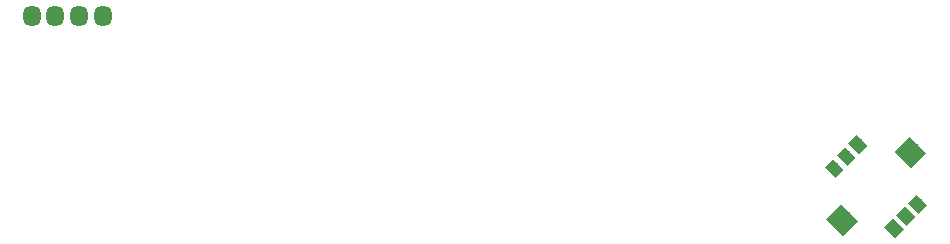
<source format=gbr>
G04 #@! TF.GenerationSoftware,KiCad,Pcbnew,(5.1.2)-1*
G04 #@! TF.CreationDate,2024-09-22T12:57:02+09:00*
G04 #@! TF.ProjectId,pc,70632e6b-6963-4616-945f-706362585858,v1.1*
G04 #@! TF.SameCoordinates,Original*
G04 #@! TF.FileFunction,Paste,Top*
G04 #@! TF.FilePolarity,Positive*
%FSLAX46Y46*%
G04 Gerber Fmt 4.6, Leading zero omitted, Abs format (unit mm)*
G04 Created by KiCad (PCBNEW (5.1.2)-1) date 2024-09-22 12:57:02*
%MOMM*%
%LPD*%
G04 APERTURE LIST*
%ADD10C,1.800000*%
%ADD11C,0.100000*%
%ADD12C,1.000000*%
%ADD13O,1.524000X1.800000*%
G04 APERTURE END LIST*
D10*
X180849782Y-123046218D03*
D11*
G36*
X179506279Y-122975507D02*
G01*
X180779071Y-121702715D01*
X182193285Y-123116929D01*
X180920493Y-124389721D01*
X179506279Y-122975507D01*
X179506279Y-122975507D01*
G37*
D10*
X175122218Y-128773782D03*
D11*
G36*
X173778715Y-128703071D02*
G01*
X175051507Y-127430279D01*
X176465721Y-128844493D01*
X175192929Y-130117285D01*
X173778715Y-128703071D01*
X173778715Y-128703071D01*
G37*
D12*
X179506280Y-129445534D03*
D11*
G36*
X178693107Y-129339468D02*
G01*
X179400214Y-128632361D01*
X180319453Y-129551600D01*
X179612346Y-130258707D01*
X178693107Y-129339468D01*
X178693107Y-129339468D01*
G37*
D12*
X180513907Y-128437907D03*
D11*
G36*
X179700734Y-128331841D02*
G01*
X180407841Y-127624734D01*
X181327080Y-128543973D01*
X180619973Y-129251080D01*
X179700734Y-128331841D01*
X179700734Y-128331841D01*
G37*
D12*
X181521534Y-127430280D03*
D11*
G36*
X180708361Y-127324214D02*
G01*
X181415468Y-126617107D01*
X182334707Y-127536346D01*
X181627600Y-128243453D01*
X180708361Y-127324214D01*
X180708361Y-127324214D01*
G37*
D12*
X174450466Y-124389720D03*
D11*
G36*
X173637293Y-124283654D02*
G01*
X174344400Y-123576547D01*
X175263639Y-124495786D01*
X174556532Y-125202893D01*
X173637293Y-124283654D01*
X173637293Y-124283654D01*
G37*
D12*
X175458093Y-123382093D03*
D11*
G36*
X174644920Y-123276027D02*
G01*
X175352027Y-122568920D01*
X176271266Y-123488159D01*
X175564159Y-124195266D01*
X174644920Y-123276027D01*
X174644920Y-123276027D01*
G37*
D12*
X176465720Y-122374466D03*
D11*
G36*
X175652547Y-122268400D02*
G01*
X176359654Y-121561293D01*
X177278893Y-122480532D01*
X176571786Y-123187639D01*
X175652547Y-122268400D01*
X175652547Y-122268400D01*
G37*
D13*
X106500000Y-111525000D03*
X108500000Y-111525000D03*
X110500000Y-111525000D03*
X112500000Y-111525000D03*
M02*

</source>
